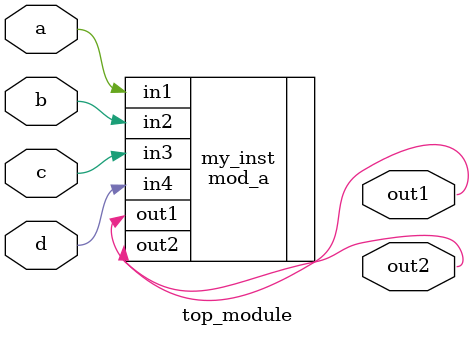
<source format=v>
module top_module ( 
    input a, 
    input b, 
    input c,
    input d,
    output out1,
    output out2
);
    
    mod_a my_inst ( .out1(out1), .out2(out2), .in1(a), .in2(b), .in3(c), .in4(d) );

endmodule

</source>
